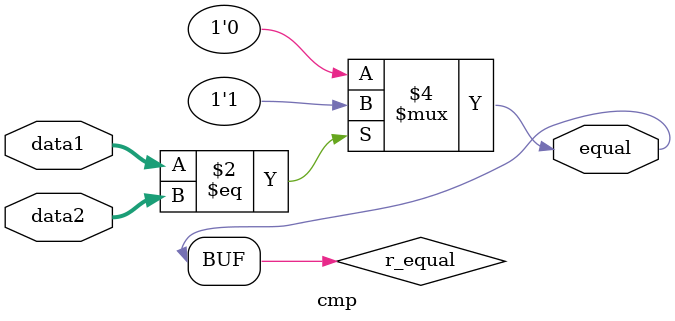
<source format=v>
module cmp(
    input wire [31:0] data1,
    input wire [31:0] data2,
    output wire equal
);
    reg r_equal;
    
    always @(*) begin
        if(data1==data2) r_equal = 1;
        else r_equal = 0;
    end

    assign equal = r_equal;

endmodule
</source>
